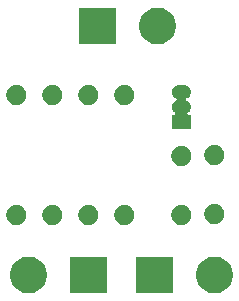
<source format=gbr>
G04 #@! TF.GenerationSoftware,KiCad,Pcbnew,(5.1.5)-3*
G04 #@! TF.CreationDate,2020-04-29T10:24:11+03:00*
G04 #@! TF.ProjectId,Single_transistor_AMP,53696e67-6c65-45f7-9472-616e73697374,V1.1*
G04 #@! TF.SameCoordinates,Original*
G04 #@! TF.FileFunction,Soldermask,Bot*
G04 #@! TF.FilePolarity,Negative*
%FSLAX46Y46*%
G04 Gerber Fmt 4.6, Leading zero omitted, Abs format (unit mm)*
G04 Created by KiCad (PCBNEW (5.1.5)-3) date 2020-04-29 10:24:11*
%MOMM*%
%LPD*%
G04 APERTURE LIST*
%ADD10C,0.100000*%
G04 APERTURE END LIST*
D10*
G36*
X159814585Y-123192802D02*
G01*
X159964410Y-123222604D01*
X160246674Y-123339521D01*
X160500705Y-123509259D01*
X160716741Y-123725295D01*
X160886479Y-123979326D01*
X161003396Y-124261590D01*
X161063000Y-124561240D01*
X161063000Y-124866760D01*
X161003396Y-125166410D01*
X160886479Y-125448674D01*
X160716741Y-125702705D01*
X160500705Y-125918741D01*
X160246674Y-126088479D01*
X159964410Y-126205396D01*
X159814585Y-126235198D01*
X159664761Y-126265000D01*
X159359239Y-126265000D01*
X159209415Y-126235198D01*
X159059590Y-126205396D01*
X158777326Y-126088479D01*
X158523295Y-125918741D01*
X158307259Y-125702705D01*
X158137521Y-125448674D01*
X158020604Y-125166410D01*
X157961000Y-124866760D01*
X157961000Y-124561240D01*
X158020604Y-124261590D01*
X158137521Y-123979326D01*
X158307259Y-123725295D01*
X158523295Y-123509259D01*
X158777326Y-123339521D01*
X159059590Y-123222604D01*
X159209415Y-123192802D01*
X159359239Y-123163000D01*
X159664761Y-123163000D01*
X159814585Y-123192802D01*
G37*
G36*
X150395000Y-126265000D02*
G01*
X147293000Y-126265000D01*
X147293000Y-123163000D01*
X150395000Y-123163000D01*
X150395000Y-126265000D01*
G37*
G36*
X144066585Y-123192802D02*
G01*
X144216410Y-123222604D01*
X144498674Y-123339521D01*
X144752705Y-123509259D01*
X144968741Y-123725295D01*
X145138479Y-123979326D01*
X145255396Y-124261590D01*
X145315000Y-124561240D01*
X145315000Y-124866760D01*
X145255396Y-125166410D01*
X145138479Y-125448674D01*
X144968741Y-125702705D01*
X144752705Y-125918741D01*
X144498674Y-126088479D01*
X144216410Y-126205396D01*
X144066585Y-126235198D01*
X143916761Y-126265000D01*
X143611239Y-126265000D01*
X143461415Y-126235198D01*
X143311590Y-126205396D01*
X143029326Y-126088479D01*
X142775295Y-125918741D01*
X142559259Y-125702705D01*
X142389521Y-125448674D01*
X142272604Y-125166410D01*
X142213000Y-124866760D01*
X142213000Y-124561240D01*
X142272604Y-124261590D01*
X142389521Y-123979326D01*
X142559259Y-123725295D01*
X142775295Y-123509259D01*
X143029326Y-123339521D01*
X143311590Y-123222604D01*
X143461415Y-123192802D01*
X143611239Y-123163000D01*
X143916761Y-123163000D01*
X144066585Y-123192802D01*
G37*
G36*
X155983000Y-126265000D02*
G01*
X152881000Y-126265000D01*
X152881000Y-123163000D01*
X155983000Y-123163000D01*
X155983000Y-126265000D01*
G37*
G36*
X149092228Y-118815703D02*
G01*
X149247100Y-118879853D01*
X149386481Y-118972985D01*
X149505015Y-119091519D01*
X149598147Y-119230900D01*
X149662297Y-119385772D01*
X149695000Y-119550184D01*
X149695000Y-119717816D01*
X149662297Y-119882228D01*
X149598147Y-120037100D01*
X149505015Y-120176481D01*
X149386481Y-120295015D01*
X149247100Y-120388147D01*
X149092228Y-120452297D01*
X148927816Y-120485000D01*
X148760184Y-120485000D01*
X148595772Y-120452297D01*
X148440900Y-120388147D01*
X148301519Y-120295015D01*
X148182985Y-120176481D01*
X148089853Y-120037100D01*
X148025703Y-119882228D01*
X147993000Y-119717816D01*
X147993000Y-119550184D01*
X148025703Y-119385772D01*
X148089853Y-119230900D01*
X148182985Y-119091519D01*
X148301519Y-118972985D01*
X148440900Y-118879853D01*
X148595772Y-118815703D01*
X148760184Y-118783000D01*
X148927816Y-118783000D01*
X149092228Y-118815703D01*
G37*
G36*
X146044228Y-118815703D02*
G01*
X146199100Y-118879853D01*
X146338481Y-118972985D01*
X146457015Y-119091519D01*
X146550147Y-119230900D01*
X146614297Y-119385772D01*
X146647000Y-119550184D01*
X146647000Y-119717816D01*
X146614297Y-119882228D01*
X146550147Y-120037100D01*
X146457015Y-120176481D01*
X146338481Y-120295015D01*
X146199100Y-120388147D01*
X146044228Y-120452297D01*
X145879816Y-120485000D01*
X145712184Y-120485000D01*
X145547772Y-120452297D01*
X145392900Y-120388147D01*
X145253519Y-120295015D01*
X145134985Y-120176481D01*
X145041853Y-120037100D01*
X144977703Y-119882228D01*
X144945000Y-119717816D01*
X144945000Y-119550184D01*
X144977703Y-119385772D01*
X145041853Y-119230900D01*
X145134985Y-119091519D01*
X145253519Y-118972985D01*
X145392900Y-118879853D01*
X145547772Y-118815703D01*
X145712184Y-118783000D01*
X145879816Y-118783000D01*
X146044228Y-118815703D01*
G37*
G36*
X142996228Y-118815703D02*
G01*
X143151100Y-118879853D01*
X143290481Y-118972985D01*
X143409015Y-119091519D01*
X143502147Y-119230900D01*
X143566297Y-119385772D01*
X143599000Y-119550184D01*
X143599000Y-119717816D01*
X143566297Y-119882228D01*
X143502147Y-120037100D01*
X143409015Y-120176481D01*
X143290481Y-120295015D01*
X143151100Y-120388147D01*
X142996228Y-120452297D01*
X142831816Y-120485000D01*
X142664184Y-120485000D01*
X142499772Y-120452297D01*
X142344900Y-120388147D01*
X142205519Y-120295015D01*
X142086985Y-120176481D01*
X141993853Y-120037100D01*
X141929703Y-119882228D01*
X141897000Y-119717816D01*
X141897000Y-119550184D01*
X141929703Y-119385772D01*
X141993853Y-119230900D01*
X142086985Y-119091519D01*
X142205519Y-118972985D01*
X142344900Y-118879853D01*
X142499772Y-118815703D01*
X142664184Y-118783000D01*
X142831816Y-118783000D01*
X142996228Y-118815703D01*
G37*
G36*
X152140228Y-118815703D02*
G01*
X152295100Y-118879853D01*
X152434481Y-118972985D01*
X152553015Y-119091519D01*
X152646147Y-119230900D01*
X152710297Y-119385772D01*
X152743000Y-119550184D01*
X152743000Y-119717816D01*
X152710297Y-119882228D01*
X152646147Y-120037100D01*
X152553015Y-120176481D01*
X152434481Y-120295015D01*
X152295100Y-120388147D01*
X152140228Y-120452297D01*
X151975816Y-120485000D01*
X151808184Y-120485000D01*
X151643772Y-120452297D01*
X151488900Y-120388147D01*
X151349519Y-120295015D01*
X151230985Y-120176481D01*
X151137853Y-120037100D01*
X151073703Y-119882228D01*
X151041000Y-119717816D01*
X151041000Y-119550184D01*
X151073703Y-119385772D01*
X151137853Y-119230900D01*
X151230985Y-119091519D01*
X151349519Y-118972985D01*
X151488900Y-118879853D01*
X151643772Y-118815703D01*
X151808184Y-118783000D01*
X151975816Y-118783000D01*
X152140228Y-118815703D01*
G37*
G36*
X156966228Y-118815703D02*
G01*
X157121100Y-118879853D01*
X157260481Y-118972985D01*
X157379015Y-119091519D01*
X157472147Y-119230900D01*
X157536297Y-119385772D01*
X157569000Y-119550184D01*
X157569000Y-119717816D01*
X157536297Y-119882228D01*
X157472147Y-120037100D01*
X157379015Y-120176481D01*
X157260481Y-120295015D01*
X157121100Y-120388147D01*
X156966228Y-120452297D01*
X156801816Y-120485000D01*
X156634184Y-120485000D01*
X156469772Y-120452297D01*
X156314900Y-120388147D01*
X156175519Y-120295015D01*
X156056985Y-120176481D01*
X155963853Y-120037100D01*
X155899703Y-119882228D01*
X155867000Y-119717816D01*
X155867000Y-119550184D01*
X155899703Y-119385772D01*
X155963853Y-119230900D01*
X156056985Y-119091519D01*
X156175519Y-118972985D01*
X156314900Y-118879853D01*
X156469772Y-118815703D01*
X156634184Y-118783000D01*
X156801816Y-118783000D01*
X156966228Y-118815703D01*
G37*
G36*
X159760228Y-118735703D02*
G01*
X159915100Y-118799853D01*
X160054481Y-118892985D01*
X160173015Y-119011519D01*
X160266147Y-119150900D01*
X160330297Y-119305772D01*
X160363000Y-119470184D01*
X160363000Y-119637816D01*
X160330297Y-119802228D01*
X160266147Y-119957100D01*
X160173015Y-120096481D01*
X160054481Y-120215015D01*
X159915100Y-120308147D01*
X159760228Y-120372297D01*
X159595816Y-120405000D01*
X159428184Y-120405000D01*
X159263772Y-120372297D01*
X159108900Y-120308147D01*
X158969519Y-120215015D01*
X158850985Y-120096481D01*
X158757853Y-119957100D01*
X158693703Y-119802228D01*
X158661000Y-119637816D01*
X158661000Y-119470184D01*
X158693703Y-119305772D01*
X158757853Y-119150900D01*
X158850985Y-119011519D01*
X158969519Y-118892985D01*
X159108900Y-118799853D01*
X159263772Y-118735703D01*
X159428184Y-118703000D01*
X159595816Y-118703000D01*
X159760228Y-118735703D01*
G37*
G36*
X156966228Y-113815703D02*
G01*
X157121100Y-113879853D01*
X157260481Y-113972985D01*
X157379015Y-114091519D01*
X157472147Y-114230900D01*
X157536297Y-114385772D01*
X157569000Y-114550184D01*
X157569000Y-114717816D01*
X157536297Y-114882228D01*
X157472147Y-115037100D01*
X157379015Y-115176481D01*
X157260481Y-115295015D01*
X157121100Y-115388147D01*
X156966228Y-115452297D01*
X156801816Y-115485000D01*
X156634184Y-115485000D01*
X156469772Y-115452297D01*
X156314900Y-115388147D01*
X156175519Y-115295015D01*
X156056985Y-115176481D01*
X155963853Y-115037100D01*
X155899703Y-114882228D01*
X155867000Y-114717816D01*
X155867000Y-114550184D01*
X155899703Y-114385772D01*
X155963853Y-114230900D01*
X156056985Y-114091519D01*
X156175519Y-113972985D01*
X156314900Y-113879853D01*
X156469772Y-113815703D01*
X156634184Y-113783000D01*
X156801816Y-113783000D01*
X156966228Y-113815703D01*
G37*
G36*
X159760228Y-113735703D02*
G01*
X159915100Y-113799853D01*
X160054481Y-113892985D01*
X160173015Y-114011519D01*
X160266147Y-114150900D01*
X160330297Y-114305772D01*
X160363000Y-114470184D01*
X160363000Y-114637816D01*
X160330297Y-114802228D01*
X160266147Y-114957100D01*
X160173015Y-115096481D01*
X160054481Y-115215015D01*
X159915100Y-115308147D01*
X159760228Y-115372297D01*
X159595816Y-115405000D01*
X159428184Y-115405000D01*
X159263772Y-115372297D01*
X159108900Y-115308147D01*
X158969519Y-115215015D01*
X158850985Y-115096481D01*
X158757853Y-114957100D01*
X158693703Y-114802228D01*
X158661000Y-114637816D01*
X158661000Y-114470184D01*
X158693703Y-114305772D01*
X158757853Y-114150900D01*
X158850985Y-114011519D01*
X158969519Y-113892985D01*
X159108900Y-113799853D01*
X159263772Y-113735703D01*
X159428184Y-113703000D01*
X159595816Y-113703000D01*
X159760228Y-113735703D01*
G37*
G36*
X157055916Y-108652334D02*
G01*
X157164492Y-108685271D01*
X157164495Y-108685272D01*
X157200601Y-108704571D01*
X157264557Y-108738756D01*
X157352264Y-108810736D01*
X157424244Y-108898443D01*
X157458429Y-108962399D01*
X157477728Y-108998505D01*
X157477729Y-108998508D01*
X157510666Y-109107084D01*
X157521787Y-109220000D01*
X157510666Y-109332916D01*
X157477729Y-109441492D01*
X157477728Y-109441495D01*
X157458429Y-109477601D01*
X157424244Y-109541557D01*
X157352264Y-109629264D01*
X157264557Y-109701244D01*
X157183141Y-109744761D01*
X157162766Y-109758375D01*
X157145439Y-109775702D01*
X157131826Y-109796076D01*
X157122448Y-109818715D01*
X157117668Y-109842748D01*
X157117668Y-109867252D01*
X157122448Y-109891285D01*
X157131826Y-109913924D01*
X157145440Y-109934299D01*
X157162767Y-109951626D01*
X157183141Y-109965239D01*
X157264557Y-110008756D01*
X157352264Y-110080736D01*
X157424244Y-110168443D01*
X157456156Y-110228147D01*
X157477728Y-110268505D01*
X157477729Y-110268508D01*
X157510666Y-110377084D01*
X157521787Y-110490000D01*
X157510666Y-110602916D01*
X157477729Y-110711492D01*
X157477728Y-110711495D01*
X157458429Y-110747601D01*
X157424244Y-110811557D01*
X157352264Y-110899264D01*
X157275354Y-110962383D01*
X157258035Y-110979702D01*
X157244421Y-111000077D01*
X157235043Y-111022716D01*
X157230263Y-111046749D01*
X157230263Y-111071253D01*
X157235043Y-111095286D01*
X157244421Y-111117925D01*
X157258034Y-111138299D01*
X157275361Y-111155626D01*
X157295736Y-111169240D01*
X157318375Y-111178618D01*
X157342408Y-111183398D01*
X157354660Y-111184000D01*
X157519000Y-111184000D01*
X157519000Y-112336000D01*
X155917000Y-112336000D01*
X155917000Y-111184000D01*
X156081340Y-111184000D01*
X156105726Y-111181598D01*
X156129175Y-111174485D01*
X156150786Y-111162934D01*
X156169728Y-111147389D01*
X156185273Y-111128447D01*
X156196824Y-111106836D01*
X156203937Y-111083387D01*
X156206339Y-111059001D01*
X156203937Y-111034615D01*
X156196824Y-111011166D01*
X156185273Y-110989555D01*
X156169728Y-110970613D01*
X156160655Y-110962391D01*
X156083736Y-110899264D01*
X156011756Y-110811557D01*
X155977571Y-110747601D01*
X155958272Y-110711495D01*
X155958271Y-110711492D01*
X155925334Y-110602916D01*
X155914213Y-110490000D01*
X155925334Y-110377084D01*
X155958271Y-110268508D01*
X155958272Y-110268505D01*
X155979844Y-110228147D01*
X156011756Y-110168443D01*
X156083736Y-110080736D01*
X156171443Y-110008756D01*
X156252859Y-109965239D01*
X156273234Y-109951625D01*
X156290561Y-109934298D01*
X156304174Y-109913924D01*
X156313552Y-109891285D01*
X156318332Y-109867252D01*
X156318332Y-109842748D01*
X156313552Y-109818715D01*
X156304174Y-109796076D01*
X156290560Y-109775701D01*
X156273233Y-109758374D01*
X156252859Y-109744761D01*
X156171443Y-109701244D01*
X156083736Y-109629264D01*
X156011756Y-109541557D01*
X155977571Y-109477601D01*
X155958272Y-109441495D01*
X155958271Y-109441492D01*
X155925334Y-109332916D01*
X155914213Y-109220000D01*
X155925334Y-109107084D01*
X155958271Y-108998508D01*
X155958272Y-108998505D01*
X155977571Y-108962399D01*
X156011756Y-108898443D01*
X156083736Y-108810736D01*
X156171443Y-108738756D01*
X156235399Y-108704571D01*
X156271505Y-108685272D01*
X156271508Y-108685271D01*
X156380084Y-108652334D01*
X156464702Y-108644000D01*
X156971298Y-108644000D01*
X157055916Y-108652334D01*
G37*
G36*
X152140228Y-108655703D02*
G01*
X152295100Y-108719853D01*
X152434481Y-108812985D01*
X152553015Y-108931519D01*
X152646147Y-109070900D01*
X152710297Y-109225772D01*
X152743000Y-109390184D01*
X152743000Y-109557816D01*
X152710297Y-109722228D01*
X152646147Y-109877100D01*
X152553015Y-110016481D01*
X152434481Y-110135015D01*
X152295100Y-110228147D01*
X152140228Y-110292297D01*
X151975816Y-110325000D01*
X151808184Y-110325000D01*
X151643772Y-110292297D01*
X151488900Y-110228147D01*
X151349519Y-110135015D01*
X151230985Y-110016481D01*
X151137853Y-109877100D01*
X151073703Y-109722228D01*
X151041000Y-109557816D01*
X151041000Y-109390184D01*
X151073703Y-109225772D01*
X151137853Y-109070900D01*
X151230985Y-108931519D01*
X151349519Y-108812985D01*
X151488900Y-108719853D01*
X151643772Y-108655703D01*
X151808184Y-108623000D01*
X151975816Y-108623000D01*
X152140228Y-108655703D01*
G37*
G36*
X149092228Y-108655703D02*
G01*
X149247100Y-108719853D01*
X149386481Y-108812985D01*
X149505015Y-108931519D01*
X149598147Y-109070900D01*
X149662297Y-109225772D01*
X149695000Y-109390184D01*
X149695000Y-109557816D01*
X149662297Y-109722228D01*
X149598147Y-109877100D01*
X149505015Y-110016481D01*
X149386481Y-110135015D01*
X149247100Y-110228147D01*
X149092228Y-110292297D01*
X148927816Y-110325000D01*
X148760184Y-110325000D01*
X148595772Y-110292297D01*
X148440900Y-110228147D01*
X148301519Y-110135015D01*
X148182985Y-110016481D01*
X148089853Y-109877100D01*
X148025703Y-109722228D01*
X147993000Y-109557816D01*
X147993000Y-109390184D01*
X148025703Y-109225772D01*
X148089853Y-109070900D01*
X148182985Y-108931519D01*
X148301519Y-108812985D01*
X148440900Y-108719853D01*
X148595772Y-108655703D01*
X148760184Y-108623000D01*
X148927816Y-108623000D01*
X149092228Y-108655703D01*
G37*
G36*
X146044228Y-108655703D02*
G01*
X146199100Y-108719853D01*
X146338481Y-108812985D01*
X146457015Y-108931519D01*
X146550147Y-109070900D01*
X146614297Y-109225772D01*
X146647000Y-109390184D01*
X146647000Y-109557816D01*
X146614297Y-109722228D01*
X146550147Y-109877100D01*
X146457015Y-110016481D01*
X146338481Y-110135015D01*
X146199100Y-110228147D01*
X146044228Y-110292297D01*
X145879816Y-110325000D01*
X145712184Y-110325000D01*
X145547772Y-110292297D01*
X145392900Y-110228147D01*
X145253519Y-110135015D01*
X145134985Y-110016481D01*
X145041853Y-109877100D01*
X144977703Y-109722228D01*
X144945000Y-109557816D01*
X144945000Y-109390184D01*
X144977703Y-109225772D01*
X145041853Y-109070900D01*
X145134985Y-108931519D01*
X145253519Y-108812985D01*
X145392900Y-108719853D01*
X145547772Y-108655703D01*
X145712184Y-108623000D01*
X145879816Y-108623000D01*
X146044228Y-108655703D01*
G37*
G36*
X142996228Y-108655703D02*
G01*
X143151100Y-108719853D01*
X143290481Y-108812985D01*
X143409015Y-108931519D01*
X143502147Y-109070900D01*
X143566297Y-109225772D01*
X143599000Y-109390184D01*
X143599000Y-109557816D01*
X143566297Y-109722228D01*
X143502147Y-109877100D01*
X143409015Y-110016481D01*
X143290481Y-110135015D01*
X143151100Y-110228147D01*
X142996228Y-110292297D01*
X142831816Y-110325000D01*
X142664184Y-110325000D01*
X142499772Y-110292297D01*
X142344900Y-110228147D01*
X142205519Y-110135015D01*
X142086985Y-110016481D01*
X141993853Y-109877100D01*
X141929703Y-109722228D01*
X141897000Y-109557816D01*
X141897000Y-109390184D01*
X141929703Y-109225772D01*
X141993853Y-109070900D01*
X142086985Y-108931519D01*
X142205519Y-108812985D01*
X142344900Y-108719853D01*
X142499772Y-108655703D01*
X142664184Y-108623000D01*
X142831816Y-108623000D01*
X142996228Y-108655703D01*
G37*
G36*
X151157000Y-105183000D02*
G01*
X148055000Y-105183000D01*
X148055000Y-102081000D01*
X151157000Y-102081000D01*
X151157000Y-105183000D01*
G37*
G36*
X154988585Y-102110802D02*
G01*
X155138410Y-102140604D01*
X155420674Y-102257521D01*
X155674705Y-102427259D01*
X155890741Y-102643295D01*
X156060479Y-102897326D01*
X156177396Y-103179590D01*
X156237000Y-103479240D01*
X156237000Y-103784760D01*
X156177396Y-104084410D01*
X156060479Y-104366674D01*
X155890741Y-104620705D01*
X155674705Y-104836741D01*
X155420674Y-105006479D01*
X155138410Y-105123396D01*
X154988585Y-105153198D01*
X154838761Y-105183000D01*
X154533239Y-105183000D01*
X154383415Y-105153198D01*
X154233590Y-105123396D01*
X153951326Y-105006479D01*
X153697295Y-104836741D01*
X153481259Y-104620705D01*
X153311521Y-104366674D01*
X153194604Y-104084410D01*
X153135000Y-103784760D01*
X153135000Y-103479240D01*
X153194604Y-103179590D01*
X153311521Y-102897326D01*
X153481259Y-102643295D01*
X153697295Y-102427259D01*
X153951326Y-102257521D01*
X154233590Y-102140604D01*
X154383415Y-102110802D01*
X154533239Y-102081000D01*
X154838761Y-102081000D01*
X154988585Y-102110802D01*
G37*
M02*

</source>
